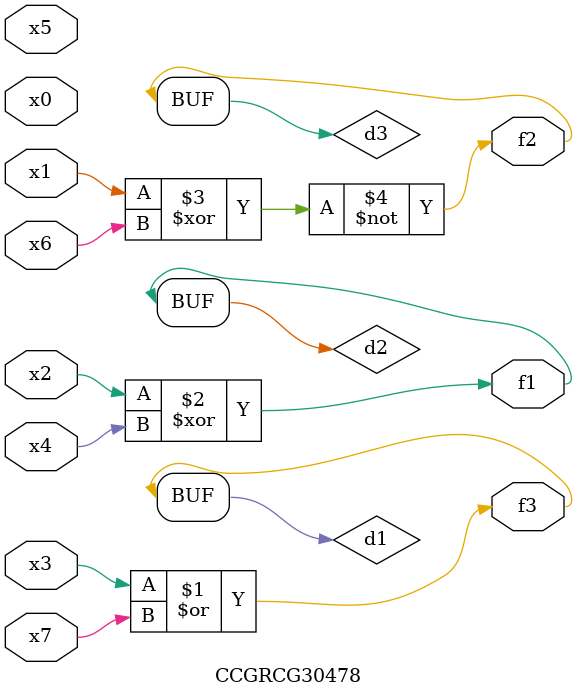
<source format=v>
module CCGRCG30478(
	input x0, x1, x2, x3, x4, x5, x6, x7,
	output f1, f2, f3
);

	wire d1, d2, d3;

	or (d1, x3, x7);
	xor (d2, x2, x4);
	xnor (d3, x1, x6);
	assign f1 = d2;
	assign f2 = d3;
	assign f3 = d1;
endmodule

</source>
